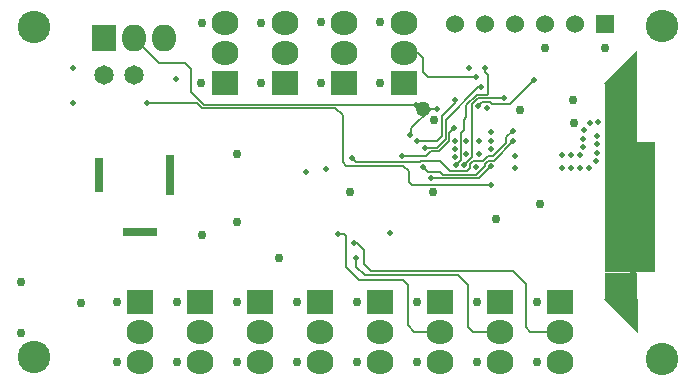
<source format=gbl>
G04 Layer_Physical_Order=4*
G04 Layer_Color=11436288*
%FSAX24Y24*%
%MOIN*%
G70*
G01*
G75*
%ADD37C,0.0050*%
%ADD38R,0.1110X0.0899*%
%ADD44R,0.0315X0.1181*%
%ADD45R,0.1181X0.0315*%
%ADD46R,0.0315X0.1378*%
%ADD47O,0.0900X0.0800*%
%ADD48R,0.0900X0.0800*%
%ADD49C,0.0600*%
%ADD50R,0.0600X0.0600*%
%ADD51C,0.0650*%
%ADD52O,0.0800X0.0900*%
%ADD53R,0.0800X0.0900*%
%ADD54C,0.1083*%
%ADD55C,0.0200*%
%ADD56C,0.0500*%
%ADD57C,0.0300*%
%ADD58R,0.1700X0.4345*%
%ADD59R,0.1100X0.6100*%
G36*
X034840Y032300D02*
X033730Y033431D01*
X034840D01*
Y032300D01*
D02*
G37*
G36*
X034830Y040620D02*
X033730D01*
X034830Y041751D01*
Y040620D01*
D02*
G37*
D37*
X029335Y038185D02*
Y039947D01*
X029060Y037910D02*
X029335Y038185D01*
X019754Y041306D02*
X019960Y041100D01*
X018894Y041306D02*
X019754D01*
X018060Y042140D02*
X018894Y041306D01*
X019960Y040350D02*
Y041100D01*
X020150Y039970D02*
X020310Y039810D01*
X018490Y039970D02*
X020150D01*
X027305Y039125D02*
X027950Y039770D01*
X027305Y038967D02*
Y039125D01*
X027950Y039770D02*
X028160D01*
X025010Y037990D02*
Y039570D01*
Y037990D02*
X025120Y037880D01*
X024770Y039810D02*
X025010Y039570D01*
X020310Y039810D02*
X024770D01*
X025120Y037880D02*
X027030D01*
X027680Y037840D02*
X027857Y037663D01*
X027962Y037478D02*
X027980Y037460D01*
X029540D01*
X029940Y037860D01*
X027330Y037240D02*
X029950D01*
X027857Y037663D02*
X028257D01*
X020390Y039920D02*
X027440D01*
X029510Y040490D02*
X029620D01*
X029750Y040990D02*
Y041140D01*
Y040990D02*
X029840Y040900D01*
X030600Y039950D02*
X031380Y040730D01*
X027700Y041010D02*
Y041460D01*
Y041010D02*
X027860Y040850D01*
X029460D01*
X028778Y037890D02*
X028780D01*
X027050Y041650D02*
X027510D01*
X027700Y041460D01*
X028582Y037688D02*
X029148D01*
X029263Y037803D01*
X029460Y037570D02*
X029755Y037865D01*
X028350Y037570D02*
X029460D01*
X028257Y037663D02*
X028350Y037570D01*
X029263Y037803D02*
Y037928D01*
X029372Y038037D01*
X027020Y034060D02*
X027180Y033900D01*
Y032560D02*
Y033900D01*
Y032560D02*
X027390Y032350D01*
X028270D01*
X029350D02*
X030270D01*
X029190Y032510D02*
X029350Y032350D01*
X029190Y032510D02*
Y033900D01*
X028860Y034230D02*
X029190Y033900D01*
X025570Y034060D02*
X027020D01*
X024860Y035620D02*
X025050D01*
X025130Y034500D02*
X025570Y034060D01*
X025130Y034500D02*
Y035540D01*
X025050Y035620D02*
X025130Y035540D01*
X025470Y034510D02*
Y034810D01*
Y034510D02*
X025750Y034230D01*
X028860D01*
X025490Y035290D02*
X025720Y035060D01*
Y034590D02*
Y035060D01*
Y034590D02*
X025940Y034370D01*
X030690D01*
X031110Y033950D01*
Y032510D02*
Y033950D01*
Y032510D02*
X031270Y032350D01*
X032270D01*
X025380Y035290D02*
X025490D01*
X019960Y040350D02*
X020390Y039920D01*
X027490Y038710D02*
X028160D01*
X028740Y039960D02*
Y040080D01*
X029520Y039870D02*
X029670Y040020D01*
X029480Y040250D02*
X029820D01*
X029840Y040270D01*
Y040900D01*
X029528Y040140D02*
X030390D01*
X029670Y040020D02*
X029924D01*
X029994Y039950D01*
X030600D01*
X027220Y037350D02*
X027330Y037240D01*
X027220Y037350D02*
Y037690D01*
X027030Y037880D02*
X027220Y037690D01*
X029755Y037865D02*
Y037937D01*
X029863Y038045D01*
X029372Y038037D02*
X029687D01*
X029335Y039947D02*
X029528Y040140D01*
X029130Y039500D02*
Y039900D01*
X029480Y040250D01*
X025330Y038150D02*
X025460Y038020D01*
X027598D01*
X027603Y038025D01*
X028245D01*
X028582Y037688D01*
X027000Y038220D02*
X027800D01*
X027950Y038370D01*
X027740Y038480D02*
X028150D01*
X027950Y038370D02*
X028220D01*
X028778Y037890D02*
X028945Y038057D01*
X029040Y039410D02*
X029130Y039500D01*
X028945Y038057D02*
Y038975D01*
X029040Y039070D01*
Y039410D01*
X028220Y038370D02*
X028550Y038700D01*
Y038970D01*
X028710Y039130D01*
X028150Y038480D02*
X028440Y038770D01*
X028160Y038710D02*
X028330Y038880D01*
Y039550D01*
X028440Y038770D02*
Y039420D01*
X029510Y040490D01*
X028330Y039550D02*
X028740Y039960D01*
X029687Y038037D02*
X029844Y038194D01*
X029863Y038045D02*
X030045D01*
X030700Y038700D01*
X029844Y038194D02*
X030014D01*
X030460Y038640D01*
Y038830D01*
X030680Y039050D01*
X030700D01*
D38*
X034285Y033880D02*
D03*
D44*
X016888Y037570D02*
D03*
D45*
X018266Y035680D02*
D03*
D46*
X019250Y037570D02*
D03*
D47*
X021100Y042650D02*
D03*
Y041650D02*
D03*
X023083Y042650D02*
D03*
Y041650D02*
D03*
X025067Y042650D02*
D03*
Y041650D02*
D03*
X027050Y042650D02*
D03*
Y041650D02*
D03*
X032270Y031350D02*
D03*
Y032350D02*
D03*
X030270Y031350D02*
D03*
Y032350D02*
D03*
X028270Y031350D02*
D03*
Y032350D02*
D03*
X026270Y031350D02*
D03*
Y032350D02*
D03*
X024270Y031350D02*
D03*
Y032350D02*
D03*
X022270Y031350D02*
D03*
Y032350D02*
D03*
X020270Y031350D02*
D03*
Y032350D02*
D03*
X018270Y031350D02*
D03*
Y032350D02*
D03*
D48*
X021100Y040650D02*
D03*
X023083D02*
D03*
X025067D02*
D03*
X027050D02*
D03*
X032270Y033350D02*
D03*
X030270D02*
D03*
X028270D02*
D03*
X026270D02*
D03*
X024270D02*
D03*
X022270D02*
D03*
X020270D02*
D03*
X018270D02*
D03*
D49*
X028750Y042600D02*
D03*
X029750D02*
D03*
X030750D02*
D03*
X031750D02*
D03*
X032750D02*
D03*
D50*
X033750D02*
D03*
D51*
X018040Y040910D02*
D03*
X017040D02*
D03*
D52*
X019060Y042140D02*
D03*
X018060D02*
D03*
D53*
X017060D02*
D03*
D54*
X035640Y042550D02*
D03*
Y031450D02*
D03*
X014730Y031500D02*
D03*
Y042500D02*
D03*
D55*
X016030Y041150D02*
D03*
X030760Y038210D02*
D03*
X033490Y038610D02*
D03*
X033480Y038320D02*
D03*
X033520Y039330D02*
D03*
X034680Y040920D02*
D03*
Y040620D02*
D03*
Y040320D02*
D03*
Y033120D02*
D03*
Y033420D02*
D03*
Y032820D02*
D03*
Y033720D02*
D03*
Y041220D02*
D03*
Y034320D02*
D03*
Y034020D02*
D03*
Y034620D02*
D03*
Y034920D02*
D03*
X024450Y037770D02*
D03*
X023800Y037670D02*
D03*
X019470Y040770D02*
D03*
X025330Y038150D02*
D03*
X027680Y037840D02*
D03*
X027962Y037478D02*
D03*
X027740Y038480D02*
D03*
X018490Y039970D02*
D03*
X016010Y039980D02*
D03*
X027440Y039920D02*
D03*
X028740Y040080D02*
D03*
X026580Y035650D02*
D03*
X024860Y035620D02*
D03*
X029620Y040490D02*
D03*
X030390Y040140D02*
D03*
X029460Y040850D02*
D03*
X028780Y037890D02*
D03*
X029060Y037910D02*
D03*
X031380Y040730D02*
D03*
X029520Y039870D02*
D03*
X029210Y041150D02*
D03*
X029750Y041140D02*
D03*
X029960Y038720D02*
D03*
X029940Y037860D02*
D03*
X029950Y037240D02*
D03*
X029448Y037852D02*
D03*
X029567Y038283D02*
D03*
X029133D02*
D03*
X029567Y038717D02*
D03*
X029133D02*
D03*
X034380Y038520D02*
D03*
X034680Y040020D02*
D03*
Y039720D02*
D03*
Y035520D02*
D03*
Y035220D02*
D03*
Y036120D02*
D03*
Y035820D02*
D03*
Y036720D02*
D03*
Y036420D02*
D03*
Y037320D02*
D03*
Y037020D02*
D03*
Y037920D02*
D03*
Y038520D02*
D03*
Y038220D02*
D03*
X034380Y039720D02*
D03*
X034680Y037620D02*
D03*
X030700Y038700D02*
D03*
Y039050D02*
D03*
X032330Y037800D02*
D03*
X032620D02*
D03*
X032910D02*
D03*
X032620Y038250D02*
D03*
X032330D02*
D03*
X030760Y037800D02*
D03*
X025470Y034810D02*
D03*
X025380Y035290D02*
D03*
X033020Y038490D02*
D03*
Y038780D02*
D03*
X033040Y039070D02*
D03*
X033240Y039300D02*
D03*
X033490Y038880D02*
D03*
X033440Y038030D02*
D03*
X033230Y037820D02*
D03*
X032910Y038250D02*
D03*
X027490Y038710D02*
D03*
X027260Y038920D02*
D03*
X028160Y039770D02*
D03*
X029830Y039820D02*
D03*
X027000Y038220D02*
D03*
X028750Y038160D02*
D03*
Y038440D02*
D03*
Y038720D02*
D03*
X028710Y039130D02*
D03*
X029960Y038990D02*
D03*
Y038450D02*
D03*
D56*
X027700Y039760D02*
D03*
D57*
X016304Y033314D02*
D03*
X020310Y035570D02*
D03*
X028008Y037005D02*
D03*
X028060Y039390D02*
D03*
X030910Y039730D02*
D03*
X022290Y042640D02*
D03*
X020310D02*
D03*
X024283Y042660D02*
D03*
X026270D02*
D03*
X026260Y040650D02*
D03*
X024273D02*
D03*
X022290D02*
D03*
X020300D02*
D03*
X032700Y040080D02*
D03*
X031605Y036600D02*
D03*
X014290Y034000D02*
D03*
Y032300D02*
D03*
X030108Y036105D02*
D03*
X031750Y041800D02*
D03*
X021500Y038270D02*
D03*
Y036020D02*
D03*
X025250Y037000D02*
D03*
X017483Y033340D02*
D03*
X019483Y033350D02*
D03*
X021486D02*
D03*
X023489D02*
D03*
X025491D02*
D03*
X027494D02*
D03*
X029497D02*
D03*
X031500D02*
D03*
X021483Y031340D02*
D03*
X019480D02*
D03*
X017480Y031330D02*
D03*
X027493Y031340D02*
D03*
X025490D02*
D03*
X023490Y031330D02*
D03*
X031490Y031340D02*
D03*
X029490Y031330D02*
D03*
X022899Y034820D02*
D03*
X033750Y041800D02*
D03*
X032710Y039320D02*
D03*
D58*
X034580Y036502D02*
D03*
D59*
X034280Y037570D02*
D03*
M02*

</source>
